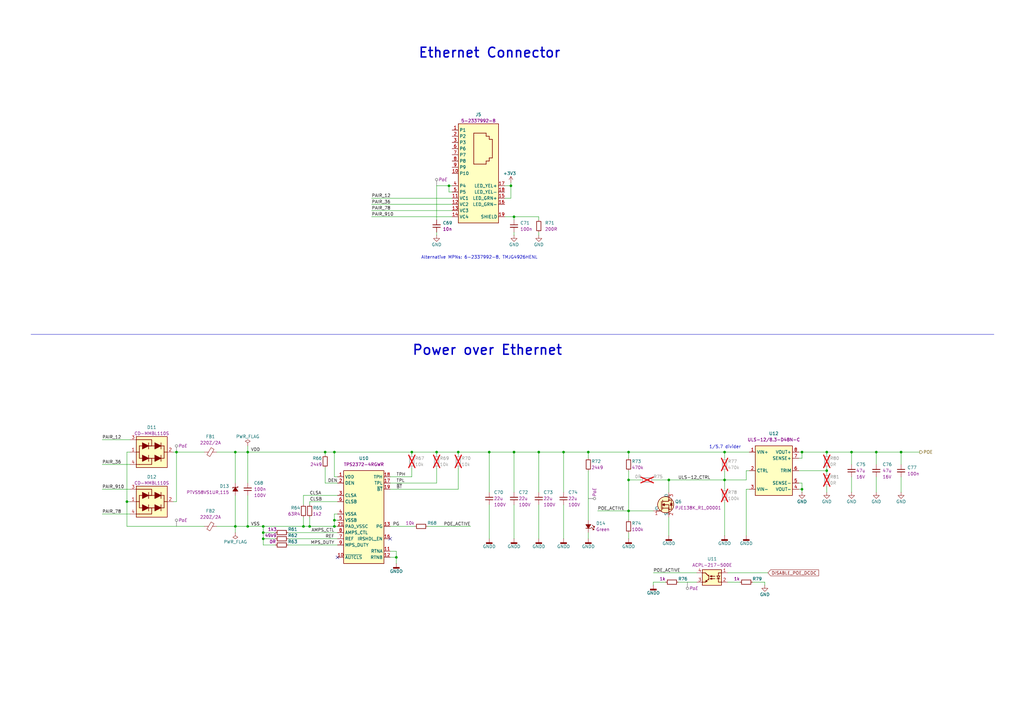
<source format=kicad_sch>
(kicad_sch (version 20250114) (generator "eeschema") (generator_version "9.0")
  (paper "A3")
  (title_block (title "Jetson Orin AGX Baseboard") (date "2025-08-11") (rev "1.0.0") (company "Antmicro Ltd") (comment 1 "www.antmicro.com"))
  (text "Alternative MPNs: 6-2337992-8, TMJG4926HENL " (at 197.104 105.664 0) (effects (font (size 1.27 1.27))))
  (text "1/5.7 divider" (at 290.83 184.15 0) (effects (font (size 1.27 1.27)) (justify left bottom)))
  (text "Ethernet Connector" (at 171.45 24.13 0) (effects (font (size 4 4) (thickness 0.5994) (bold yes)) (justify left bottom)))
  (text "Power over Ethernet" (at 168.91 146.05 0) (effects (font (size 4 4) (thickness 0.5994) (bold yes)) (justify left bottom)))
  (junction (at 96.52 215.9))
  (junction (at 137.16 185.42))
  (junction (at 107.95 218.44))
  (junction (at 200.66 185.42))
  (junction (at 184.15 76.2))
  (junction (at 257.81 196.85))
  (junction (at 96.52 185.42))
  (junction (at 257.81 209.55))
  (junction (at 107.95 215.9))
  (junction (at 107.95 220.98))
  (junction (at 297.18 185.42))
  (junction (at 359.41 185.42))
  (junction (at 127 215.9))
  (junction (at 133.35 185.42))
  (junction (at 168.91 185.42))
  (junction (at 328.93 200.66))
  (junction (at 210.82 88.9))
  (junction (at 179.07 185.42))
  (junction (at 72.39 185.42))
  (junction (at 220.98 185.42))
  (junction (at 210.82 185.42))
  (junction (at 369.57 185.42))
  (junction (at 101.6 215.9))
  (junction (at 137.16 215.9))
  (junction (at 137.16 213.36))
  (junction (at 52.07 205.74))
  (junction (at 297.18 196.85))
  (junction (at 257.81 185.42))
  (junction (at 231.14 185.42))
  (junction (at 187.96 185.42))
  (junction (at 328.93 185.42))
  (junction (at 274.32 196.85))
  (junction (at 339.09 185.42))
  (junction (at 209.55 76.2))
  (junction (at 124.46 215.9))
  (junction (at 101.6 185.42))
  (junction (at 162.56 228.6))
  (junction (at 339.09 193.04))
  (junction (at 349.25 185.42))
  (junction (at 241.3 185.42))
  (no_connect (at 160.02 220.98))
  (no_connect (at 138.43 228.6))
  (wire (pts (xy 137.16 215.9) (xy 138.43 215.9)))
  (wire (pts (xy 306.07 193.04) (xy 307.34 193.04)))
  (wire (pts (xy 168.91 191.77) (xy 168.91 195.58)))
  (wire (pts (xy 127 205.74) (xy 138.43 205.74)))
  (wire (pts (xy 285.75 234.95) (xy 267.97 234.95)))
  (wire (pts (xy 184.15 76.2) (xy 184.15 78.74)))
  (wire (pts (xy 137.16 185.42) (xy 168.91 185.42)))
  (wire (pts (xy 220.98 95.25) (xy 220.98 96.52)))
  (wire (pts (xy 175.26 215.9) (xy 193.04 215.9)))
  (wire (pts (xy 160.02 226.06) (xy 162.56 226.06)))
  (wire (pts (xy 298.45 234.95) (xy 314.96 234.95)))
  (wire (pts (xy 220.98 185.42) (xy 231.14 185.42)))
  (wire (pts (xy 133.35 185.42) (xy 137.16 185.42)))
  (wire (pts (xy 257.81 218.44) (xy 257.81 220.98)))
  (wire (pts (xy 220.98 207.01) (xy 220.98 220.98)))
  (wire (pts (xy 257.81 193.04) (xy 257.81 196.85)))
  (wire (pts (xy 101.6 185.42) (xy 101.6 198.12)))
  (wire (pts (xy 96.52 185.42) (xy 96.52 198.12)))
  (wire (pts (xy 160.02 200.66) (xy 187.96 200.66)))
  (wire (pts (xy 179.07 191.77) (xy 179.07 198.12)))
  (wire (pts (xy 267.97 196.85) (xy 274.32 196.85)))
  (wire (pts (xy 210.82 185.42) (xy 220.98 185.42)))
  (wire (pts (xy 207.01 81.28) (xy 209.55 81.28)))
  (wire (pts (xy 328.93 187.96) (xy 328.93 185.42)))
  (wire (pts (xy 118.11 220.98) (xy 138.43 220.98)))
  (wire (pts (xy 101.6 203.2) (xy 101.6 215.9)))
  (wire (pts (xy 96.52 215.9) (xy 101.6 215.9)))
  (wire (pts (xy 327.66 200.66) (xy 328.93 200.66)))
  (wire (pts (xy 339.09 185.42) (xy 339.09 186.69)))
  (wire (pts (xy 220.98 88.9) (xy 210.82 88.9)))
  (wire (pts (xy 257.81 196.85) (xy 262.89 196.85)))
  (wire (pts (xy 137.16 213.36) (xy 137.16 215.9)))
  (wire (pts (xy 339.09 191.77) (xy 339.09 193.04)))
  (wire (pts (xy 306.07 200.66) (xy 307.34 200.66)))
  (wire (pts (xy 185.42 76.2) (xy 184.15 76.2)))
  (wire (pts (xy 133.35 185.42) (xy 133.35 186.69)))
  (wire (pts (xy 185.42 86.36) (xy 152.4 86.36)))
  (wire (pts (xy 113.03 220.98) (xy 107.95 220.98)))
  (wire (pts (xy 257.81 185.42) (xy 257.81 187.96)))
  (wire (pts (xy 72.39 185.42) (xy 72.39 205.74)))
  (wire (pts (xy 274.32 201.93) (xy 274.32 196.85)))
  (wire (pts (xy 124.46 215.9) (xy 127 215.9)))
  (wire (pts (xy 297.18 196.85) (xy 297.18 200.66)))
  (wire (pts (xy 245.11 209.55) (xy 257.81 209.55)))
  (wire (pts (xy 297.18 196.85) (xy 306.07 196.85)))
  (wire (pts (xy 118.11 223.52) (xy 138.43 223.52)))
  (wire (pts (xy 124.46 203.2) (xy 124.46 207.01)))
  (wire (pts (xy 88.9 185.42) (xy 96.52 185.42)))
  (wire (pts (xy 369.57 195.58) (xy 369.57 201.93)))
  (wire (pts (xy 231.14 185.42) (xy 241.3 185.42)))
  (wire (pts (xy 127 212.09) (xy 127 215.9)))
  (wire (pts (xy 297.18 205.74) (xy 297.18 219.71)))
  (wire (pts (xy 267.97 238.76) (xy 267.97 240.03)))
  (wire (pts (xy 297.18 193.04) (xy 297.18 196.85)))
  (wire (pts (xy 308.61 238.76) (xy 313.69 238.76)))
  (wire (pts (xy 210.82 90.17) (xy 210.82 88.9)))
  (wire (pts (xy 72.39 205.74) (xy 71.12 205.74)))
  (wire (pts (xy 327.66 193.04) (xy 339.09 193.04)))
  (wire (pts (xy 359.41 195.58) (xy 359.41 201.93)))
  (wire (pts (xy 179.07 76.2) (xy 179.07 90.17)))
  (wire (pts (xy 328.93 185.42) (xy 339.09 185.42)))
  (wire (pts (xy 328.93 200.66) (xy 328.93 201.93)))
  (wire (pts (xy 72.39 185.42) (xy 83.82 185.42)))
  (wire (pts (xy 187.96 185.42) (xy 200.66 185.42)))
  (wire (pts (xy 185.42 83.82) (xy 152.4 83.82)))
  (wire (pts (xy 274.32 212.09) (xy 274.32 219.71)))
  (wire (pts (xy 179.07 76.2) (xy 184.15 76.2)))
  (wire (pts (xy 168.91 185.42) (xy 168.91 186.69)))
  (wire (pts (xy 349.25 195.58) (xy 349.25 201.93)))
  (wire (pts (xy 118.11 218.44) (xy 138.43 218.44)))
  (wire (pts (xy 257.81 209.55) (xy 257.81 213.36)))
  (wire (pts (xy 179.07 185.42) (xy 187.96 185.42)))
  (wire (pts (xy 137.16 210.82) (xy 137.16 213.36)))
  (wire (pts (xy 137.16 185.42) (xy 137.16 195.58)))
  (wire (pts (xy 127 215.9) (xy 137.16 215.9)))
  (wire (pts (xy 297.18 185.42) (xy 307.34 185.42)))
  (wire (pts (xy 220.98 90.17) (xy 220.98 88.9)))
  (wire (pts (xy 257.81 196.85) (xy 257.81 209.55)))
  (wire (pts (xy 107.95 215.9) (xy 124.46 215.9)))
  (wire (pts (xy 41.91 190.5) (xy 53.34 190.5)))
  (wire (pts (xy 328.93 198.12) (xy 328.93 200.66)))
  (wire (pts (xy 209.55 76.2) (xy 209.55 81.28)))
  (wire (pts (xy 41.91 180.34) (xy 53.34 180.34)))
  (wire (pts (xy 179.07 185.42) (xy 179.07 186.69)))
  (wire (pts (xy 339.09 185.42) (xy 349.25 185.42)))
  (wire (pts (xy 96.52 203.2) (xy 96.52 215.9)))
  (wire (pts (xy 187.96 185.42) (xy 187.96 186.69)))
  (wire (pts (xy 207.01 76.2) (xy 209.55 76.2)))
  (wire (pts (xy 107.95 215.9) (xy 107.95 218.44)))
  (wire (pts (xy 327.66 185.42) (xy 328.93 185.42)))
  (wire (pts (xy 88.9 215.9) (xy 96.52 215.9)))
  (wire (pts (xy 274.32 196.85) (xy 297.18 196.85)))
  (wire (pts (xy 162.56 226.06) (xy 162.56 228.6)))
  (wire (pts (xy 298.45 238.76) (xy 303.53 238.76)))
  (wire (pts (xy 241.3 193.04) (xy 241.3 213.36)))
  (wire (pts (xy 339.09 193.04) (xy 339.09 194.31)))
  (wire (pts (xy 200.66 185.42) (xy 200.66 201.93)))
  (polyline (pts (xy 12.7 137.16) (xy 407.67 137.16)))
  (wire (pts (xy 52.07 205.74) (xy 52.07 215.9)))
  (wire (pts (xy 160.02 215.9) (xy 170.18 215.9)))
  (wire (pts (xy 278.13 238.76) (xy 285.75 238.76)))
  (wire (pts (xy 168.91 185.42) (xy 179.07 185.42)))
  (wire (pts (xy 101.6 215.9) (xy 107.95 215.9)))
  (wire (pts (xy 52.07 185.42) (xy 52.07 205.74)))
  (wire (pts (xy 327.66 187.96) (xy 328.93 187.96)))
  (wire (pts (xy 41.91 200.66) (xy 53.34 200.66)))
  (wire (pts (xy 124.46 212.09) (xy 124.46 215.9)))
  (wire (pts (xy 107.95 223.52) (xy 113.03 223.52)))
  (wire (pts (xy 133.35 191.77) (xy 133.35 198.12)))
  (wire (pts (xy 369.57 185.42) (xy 377.19 185.42)))
  (wire (pts (xy 241.3 218.44) (xy 241.3 220.98)))
  (wire (pts (xy 349.25 185.42) (xy 349.25 190.5)))
  (wire (pts (xy 71.12 185.42) (xy 72.39 185.42)))
  (wire (pts (xy 41.91 210.82) (xy 53.34 210.82)))
  (wire (pts (xy 52.07 205.74) (xy 53.34 205.74)))
  (wire (pts (xy 137.16 195.58) (xy 138.43 195.58)))
  (wire (pts (xy 53.34 185.42) (xy 52.07 185.42)))
  (wire (pts (xy 369.57 185.42) (xy 369.57 190.5)))
  (wire (pts (xy 207.01 88.9) (xy 210.82 88.9)))
  (wire (pts (xy 152.4 81.28) (xy 185.42 81.28)))
  (wire (pts (xy 113.03 218.44) (xy 107.95 218.44)))
  (wire (pts (xy 313.69 238.76) (xy 313.69 240.03)))
  (wire (pts (xy 184.15 78.74) (xy 185.42 78.74)))
  (wire (pts (xy 220.98 185.42) (xy 220.98 201.93)))
  (wire (pts (xy 187.96 191.77) (xy 187.96 200.66)))
  (wire (pts (xy 162.56 231.14) (xy 162.56 228.6)))
  (wire (pts (xy 101.6 182.88) (xy 101.6 185.42)))
  (wire (pts (xy 359.41 185.42) (xy 359.41 190.5)))
  (wire (pts (xy 349.25 185.42) (xy 359.41 185.42)))
  (wire (pts (xy 52.07 215.9) (xy 83.82 215.9)))
  (wire (pts (xy 257.81 185.42) (xy 297.18 185.42)))
  (wire (pts (xy 241.3 185.42) (xy 257.81 185.42)))
  (wire (pts (xy 327.66 198.12) (xy 328.93 198.12)))
  (wire (pts (xy 160.02 195.58) (xy 168.91 195.58)))
  (wire (pts (xy 160.02 198.12) (xy 179.07 198.12)))
  (wire (pts (xy 101.6 185.42) (xy 133.35 185.42)))
  (wire (pts (xy 162.56 228.6) (xy 160.02 228.6)))
  (wire (pts (xy 359.41 185.42) (xy 369.57 185.42)))
  (wire (pts (xy 107.95 223.52) (xy 107.95 220.98)))
  (wire (pts (xy 127 205.74) (xy 127 207.01)))
  (wire (pts (xy 267.97 238.76) (xy 273.05 238.76)))
  (wire (pts (xy 124.46 203.2) (xy 138.43 203.2)))
  (wire (pts (xy 257.81 209.55) (xy 267.97 209.55)))
  (wire (pts (xy 200.66 185.42) (xy 210.82 185.42)))
  (wire (pts (xy 339.09 201.93) (xy 339.09 199.39)))
  (wire (pts (xy 137.16 213.36) (xy 138.43 213.36)))
  (wire (pts (xy 179.07 95.25) (xy 179.07 96.52)))
  (wire (pts (xy 200.66 207.01) (xy 200.66 220.98)))
  (wire (pts (xy 209.55 74.93) (xy 209.55 76.2)))
  (wire (pts (xy 210.82 95.25) (xy 210.82 96.52)))
  (wire (pts (xy 107.95 218.44) (xy 107.95 220.98)))
  (wire (pts (xy 210.82 207.01) (xy 210.82 220.98)))
  (wire (pts (xy 185.42 88.9) (xy 152.4 88.9)))
  (wire (pts (xy 306.07 200.66) (xy 306.07 219.71)))
  (wire (pts (xy 297.18 185.42) (xy 297.18 187.96)))
  (wire (pts (xy 231.14 207.01) (xy 231.14 220.98)))
  (wire (pts (xy 231.14 185.42) (xy 231.14 201.93)))
  (wire (pts (xy 210.82 185.42) (xy 210.82 201.93)))
  (wire (pts (xy 306.07 196.85) (xy 306.07 193.04)))
  (wire (pts (xy 138.43 210.82) (xy 137.16 210.82)))
  (wire (pts (xy 96.52 215.9) (xy 96.52 218.44)))
  (wire (pts (xy 96.52 185.42) (xy 101.6 185.42)))
  (wire (pts (xy 241.3 185.42) (xy 241.3 187.96)))
  (wire (pts (xy 133.35 198.12) (xy 138.43 198.12)))
  (label "PAIR_36" (at 41.91 190.5 0))
  (label "PAIR_910" (at 152.4 88.9 0))
  (label "MPS_DUTY" (at 137.16 223.52 180))
  (label "AMPS_CTL" (at 137.16 218.44 180))
  (label "PAIR_78" (at 152.4 86.36 0))
  (label "CLSA" (at 127 203.2 0))
  (label "~{BT}" (at 162.56 200.66 0))
  (label "VSS" (at 102.87 215.9 0))
  (label "PG" (at 163.83 215.9 180))
  (label "POE_ACTIVE" (at 267.97 234.95 0))
  (label "DEN" (at 138.43 198.12 180))
  (label "POE_ACTIVE" (at 245.11 209.55 0))
  (label "ULS-12_CTRL" (at 278.13 196.85 0))
  (label "TPL" (at 162.56 198.12 0))
  (label "PAIR_12" (at 152.4 81.28 0))
  (label "VDD" (at 102.87 185.42 0))
  (label "PAIR_36" (at 152.4 83.82 0))
  (label "POE_ACTIVE" (at 193.04 215.9 180))
  (label "CLSB" (at 132.08 205.74 180))
  (label "PAIR_78" (at 41.91 210.82 0))
  (label "TPH" (at 162.56 195.58 0))
  (label "PAIR_12" (at 41.91 180.34 0))
  (label "PAIR_910" (at 41.91 200.66 0))
  (label "REF" (at 137.16 220.98 180))
  (global_label "DISABLE_POE_DCDC" (shape input) (at 314.96 234.95 0) (property "Intersheetrefs" "${INTERSHEET_REFS}" (effects (hide yes))))
  (hierarchical_label "POE" (shape output) (at 377.19 185.42 0))
  (netclass_flag "" (length 2.54) (shape round) (at 241.3 204.47 270) (property "Netclass" "PoE" (at 243.84 203.7715 90) (effects (font (italic yes)) (justify left))))
  (netclass_flag "" (length 2.54) (shape round) (at 72.39 215.9 0) (property "Netclass" "PoE" (at 73.0885 213.36 0) (effects (font (italic yes)) (justify left))))
  (netclass_flag "" (length 2.54) (shape round) (at 179.07 76.2 0) (property "Netclass" "PoE" (at 179.7685 73.66 0) (effects (font (italic yes)) (justify left))))
  (netclass_flag "" (length 2.54) (shape round) (at 281.94 238.76 180) (property "Netclass" "PoE" (at 282.6385 241.3 0) (effects (font (italic yes)) (justify left))))
  (netclass_flag "" (length 2.54) (shape round) (at 72.39 185.42 0) (property "Netclass" "PoE" (at 73.0885 182.88 0) (effects (font (italic yes)) (justify left))))
  (symbol (lib_id "antmicroPMICPowerDistributionSwitchesLoadDrivers:TPS2372-4") (at 138.43 195.58 0) (unit 1)
    (property "Reference" "U10" (at 149.225 187.96 0))
    (property "Value" "TPS2372-4" (effects (hide yes)))
    (property "Footprint" "antmicro-footprints:VQFN-20_5x5x1mm_P0.65mm" (effects (hide yes)))
    (property "Datasheet" "https://www.ti.com/lit/ds/symlink/tps2372.pdf?ts=1679042478513&ref_url=https%253A%252F%252Fwww.google.com%252F" (effects (hide yes)))
    (property "Description" "PoE interface" (effects (hide yes)))
    (property "MPN" "TPS2372-4RGWR" (at 149.225 190.5 0))
    (property "Manufacturer" "Texas Instruments" (effects (hide yes)))
    (property "Author" "Antmicro" (effects (hide yes)))
    (property "License" "Apache-2.0" (effects (hide yes)))
  )
  (symbol (lib_id "antmicroCapacitorsmisc:C_22u_100V_2220") (at 220.98 207.01 90) (unit 1)
    (property "Reference" "C73" (at 222.885 201.93 90) (effects (justify right)))
    (property "Value" "C_22u_100V_2220" (effects (hide yes)))
    (property "Footprint" "antmicro-footprints:C_2220_5650Metric" (effects (hide yes)))
    (property "Datasheet" "https://product.tdk.com/en/search/capacitor/ceramic/mlcc/info?part_no=C5750X7S2A226M280KB" (effects (hide yes)))
    (property "Manufacturer" "TDK" (effects (hide yes)))
    (property "MPN" "C5750X7S2A226M280KB" (effects (hide yes)))
    (property "Val" "22u" (at 222.885 204.47 90) (effects (justify right)))
    (property "License" "Apache-2.0" (effects (hide yes)))
    (property "Author" "Antmicro" (effects (hide yes)))
    (property "Voltage" "100V" (at 222.885 207.01 90) (effects (justify right)))
    (property "Dielectric" "X7S" (effects (hide yes)))
    (property "Public" "False" (effects (hide yes)))
  )
  (symbol (lib_id "antmicropower:GNDD") (at 210.82 220.98 0) (unit 1)
    (property "Reference" "#PWR0110" (effects (hide yes)))
    (property "Value" "GNDD" (at 210.82 224.155 0))
    (property "Author" "Antmicro" (effects (hide yes)))
    (property "License" "Apache-2.0" (effects (hide yes)))
  )
  (symbol (lib_id "antmicroFerriteBeadsandChips:FB_220Z_2A_Murata-BLM21PG_0805") (at 83.82 185.42 0) (unit 1)
    (property "Reference" "FB1" (at 86.3219 179.07 0))
    (property "Value" "FB_220Z_2A_Murata-BLM21PG_0805" (effects (hide yes)))
    (property "Footprint" "antmicro-footprints:FB_0805_2012Metric" (effects (hide yes)))
    (property "Datasheet" "https://www.murata.com/products/productdata/8796738977822/ENFA0005.pdf?1653276712000" (effects (hide yes)))
    (property "MPN" "BLM21PG221SN1D" (effects (hide yes)))
    (property "Manufacturer" "Murata" (effects (hide yes)))
    (property "Author" "Antmicro" (effects (hide yes)))
    (property "License" "Apache-2.0" (effects (hide yes)))
    (property "Val" "220Z/2A" (at 86.3219 181.61 0))
  )
  (symbol (lib_id "antmicroResistors0402:R_1k_0402") (at 273.05 238.76 0) (unit 1)
    (property "Reference" "R76" (at 278.13 238.125 0) (effects (justify left bottom)))
    (property "Value" "R_1k_0402" (effects (hide yes)))
    (property "Footprint" "antmicro-footprints:R_0402_1005Metric" (effects (hide yes)))
    (property "Datasheet" "https://www.bourns.com/docs/product-datasheets/cr.pdf" (effects (hide yes)))
    (property "Manufacturer" "Bourns" (effects (hide yes)))
    (property "MPN" "CR0402-FX-1001GLF" (effects (hide yes)))
    (property "Val" "1k" (at 270.51 238.125 0) (effects (justify left bottom)))
    (property "License" "Apache-2.0" (effects (hide yes)))
    (property "Author" "Antmicro" (effects (hide yes)))
    (property "Tolerance" "1%" (effects (hide yes)))
  )
  (symbol (lib_id "antmicropower:GND") (at 220.98 96.52 0) (unit 1)
    (property "Reference" "#PWR0111" (effects (hide yes)))
    (property "Value" "GND" (at 220.98 100.33 0))
    (property "Author" "Antmicro" (effects (hide yes)))
    (property "License" "Apache-2.0" (effects (hide yes)))
  )
  (symbol (lib_id "antmicropower:GNDD") (at 274.32 219.71 0) (unit 1)
    (property "Reference" "#PWR0117" (effects (hide yes)))
    (property "Value" "GNDD" (at 274.32 222.885 0))
    (property "Author" "Antmicro" (effects (hide yes)))
    (property "License" "Apache-2.0" (effects (hide yes)))
  )
  (symbol (lib_id "antmicropower:GND") (at 369.57 201.93 0) (unit 1)
    (property "Reference" "#PWR0125" (effects (hide yes)))
    (property "Value" "GND" (at 369.57 205.74 0))
    (property "Author" "Antmicro" (effects (hide yes)))
    (property "License" "Apache-2.0" (effects (hide yes)))
  )
  (symbol (lib_id "antmicroResistors0402:R_1k_0402") (at 303.53 238.76 0) (unit 1)
    (property "Reference" "R79" (at 308.61 238.125 0) (effects (justify left bottom)))
    (property "Value" "R_1k_0402" (effects (hide yes)))
    (property "Footprint" "antmicro-footprints:R_0402_1005Metric" (effects (hide yes)))
    (property "Datasheet" "https://www.bourns.com/docs/product-datasheets/cr.pdf" (effects (hide yes)))
    (property "Manufacturer" "Bourns" (effects (hide yes)))
    (property "MPN" "CR0402-FX-1001GLF" (effects (hide yes)))
    (property "Val" "1k" (at 300.99 238.125 0) (effects (justify left bottom)))
    (property "License" "Apache-2.0" (effects (hide yes)))
    (property "Author" "Antmicro" (effects (hide yes)))
    (property "Tolerance" "1%" (effects (hide yes)))
  )
  (symbol (lib_id "antmicropower:GND") (at 339.09 201.93 0) (unit 1)
    (property "Reference" "#PWR0122" (effects (hide yes)))
    (property "Value" "GND" (at 339.09 205.74 0))
    (property "Author" "Antmicro" (effects (hide yes)))
    (property "License" "Apache-2.0" (effects (hide yes)))
  )
  (symbol (lib_id "antmicroOptoisolatorsLogicOutput:ACPL-217-500E") (at 298.45 234.95 0) (mirror y) (unit 1)
    (property "Reference" "U11" (at 292.1 229.235 0))
    (property "Value" "ACPL-217-500E" (effects (hide yes)))
    (property "Footprint" "antmicro-footprints:SOIC-4_4.55x2.6mm_P1.27mm" (effects (hide yes)))
    (property "Datasheet" "https://docs.broadcom.com/doc/AV02-0470EN" (effects (hide yes)))
    (property "Description" "Broadcom ACPL-217-500E DC Input Transistor Output Optocoupler, Surface Mount, 4-Pin SO" (effects (hide yes)))
    (property "Manufacturer" "Broadcom" (effects (hide yes)))
    (property "MPN" "ACPL-217-500E" (at 292.1 231.775 0))
    (property "Author" "Antmicro" (effects (hide yes)))
    (property "License" "Apache-2.0" (effects (hide yes)))
  )
  (symbol (lib_id "antmicroResistors0402:R_0R_0402") (at 118.11 223.52 180) (unit 1)
    (property "Reference" "R63" (at 118.11 222.885 0) (effects (justify right top)))
    (property "Value" "R_0R_0402" (effects (hide yes)))
    (property "Footprint" "antmicro-footprints:R_0402_1005Metric" (effects (hide yes)))
    (property "Datasheet" "https://industrial.panasonic.com/cdbs/www-data/pdf/RDA0000/AOA0000C301.pdf" (effects (hide yes)))
    (property "Manufacturer" "Panasonic" (effects (hide yes)))
    (property "MPN" "ERJ2GE0R00X" (effects (hide yes)))
    (property "Val" "0R" (at 110.49 222.885 0) (effects (justify right top)))
    (property "License" "Apache-2.0" (effects (hide yes)))
    (property "Author" "Antmicro" (effects (hide yes)))
    (property "Current" "1A" (effects (hide yes)))
  )
  (symbol (lib_id "antmicroFerriteBeadsandChips:FB_220Z_2A_Murata-BLM21PG_0805") (at 83.82 215.9 0) (unit 1)
    (property "Reference" "FB2" (at 86.3219 209.55 0))
    (property "Value" "FB_220Z_2A_Murata-BLM21PG_0805" (effects (hide yes)))
    (property "Footprint" "antmicro-footprints:FB_0805_2012Metric" (effects (hide yes)))
    (property "Datasheet" "https://www.murata.com/products/productdata/8796738977822/ENFA0005.pdf?1653276712000" (effects (hide yes)))
    (property "MPN" "BLM21PG221SN1D" (effects (hide yes)))
    (property "Manufacturer" "Murata" (effects (hide yes)))
    (property "Author" "Antmicro" (effects (hide yes)))
    (property "License" "Apache-2.0" (effects (hide yes)))
    (property "Val" "220Z/2A" (at 86.3219 212.09 0))
  )
  (symbol (lib_id "antmicroResistors0402:R_10k_0402") (at 179.07 191.77 90) (unit 1) (in_bom no) (dnp yes)
    (property "Reference" "R69" (at 180.34 187.96 90) (effects (justify right)))
    (property "Value" "R_10k_0402" (effects (hide yes)))
    (property "Footprint" "antmicro-footprints:R_0402_1005Metric" (effects (hide yes)))
    (property "Datasheet" "https://www.bourns.com/docs/product-datasheets/cr.pdf" (effects (hide yes)))
    (property "Manufacturer" "Bourns" (effects (hide yes)))
    (property "MPN" "CR0402-FX-1002GLF" (effects (hide yes)))
    (property "Val" "10k" (at 180.34 190.5 90) (effects (justify right)))
    (property "License" "Apache-2.0" (effects (hide yes)))
    (property "Author" "Antmicro" (effects (hide yes)))
    (property "Tolerance" "1%" (effects (hide yes)))
  )
  (symbol (lib_id "antmicropower:GND") (at 179.07 96.52 0) (unit 1)
    (property "Reference" "#PWR0106" (effects (hide yes)))
    (property "Value" "GND" (at 179.07 100.33 0))
    (property "Author" "Antmicro" (effects (hide yes)))
    (property "License" "Apache-2.0" (effects (hide yes)))
  )
  (symbol (lib_id "antmicroResistors0603:R_63R4_0603") (at 124.46 212.09 270) (mirror x) (unit 1)
    (property "Reference" "R64" (at 123.19 208.28 90) (effects (justify right)))
    (property "Value" "R_63R4_0603" (effects (hide yes)))
    (property "Footprint" "antmicro-footprints:R_0603_1608Metric" (effects (hide yes)))
    (property "Datasheet" "https://www.bourns.com/docs/product-datasheets/cr.pdf" (effects (hide yes)))
    (property "Manufacturer" "Bourns" (effects (hide yes)))
    (property "MPN" "CR0603-FX-63R4ELF" (effects (hide yes)))
    (property "Val" "63R4" (at 123.19 210.82 90) (effects (justify right)))
    (property "License" "Apache-2.0" (effects (hide yes)))
    (property "Author" "Antmicro" (effects (hide yes)))
    (property "Tolerance" "1%" (effects (hide yes)))
  )
  (symbol (lib_id "antmicroCapacitorsmisc:C_22u_100V_2220") (at 200.66 207.01 90) (unit 1)
    (property "Reference" "C70" (at 202.565 201.93 90) (effects (justify right)))
    (property "Value" "C_22u_100V_2220" (effects (hide yes)))
    (property "Footprint" "antmicro-footprints:C_2220_5650Metric" (effects (hide yes)))
    (property "Datasheet" "https://product.tdk.com/en/search/capacitor/ceramic/mlcc/info?part_no=C5750X7S2A226M280KB" (effects (hide yes)))
    (property "Manufacturer" "TDK" (effects (hide yes)))
    (property "MPN" "C5750X7S2A226M280KB" (effects (hide yes)))
    (property "Val" "22u" (at 202.565 204.47 90) (effects (justify right)))
    (property "License" "Apache-2.0" (effects (hide yes)))
    (property "Author" "Antmicro" (effects (hide yes)))
    (property "Voltage" "100V" (at 202.565 207.01 90) (effects (justify right)))
    (property "Dielectric" "X7S" (effects (hide yes)))
    (property "Public" "False" (effects (hide yes)))
  )
  (symbol (lib_id "antmicropower:GNDD") (at 162.56 231.14 0) (unit 1)
    (property "Reference" "#PWR0105" (effects (hide yes)))
    (property "Value" "GNDD" (at 162.56 234.315 0))
    (property "Author" "Antmicro" (effects (hide yes)))
    (property "License" "Apache-2.0" (effects (hide yes)))
  )
  (symbol (lib_id "antmicroDiodesRectifiersSingle:CD-MMBL110S") (at 53.34 200.66 0) (unit 1)
    (property "Reference" "D12" (at 62.23 195.58 0))
    (property "Value" "CD-MMBL110S" (effects (hide yes)))
    (property "Footprint" "antmicro-footprints:DFN3538" (effects (hide yes)))
    (property "Datasheet" "https://www.bourns.com/docs/product-datasheets/CD-MMBL110S.pdf" (effects (hide yes)))
    (property "MPN" "CD-MMBL110S" (at 62.23 198.12 0))
    (property "Manufacturer" "Bourns" (effects (hide yes)))
    (property "Author" "Antmicro" (effects (hide yes)))
    (property "License" "Apache-2.0" (effects (hide yes)))
  )
  (symbol (lib_id "antmicroResistors0402:R_10k_0402") (at 175.26 215.9 180) (unit 1)
    (property "Reference" "R68" (at 175.26 215.265 0) (effects (justify right top)))
    (property "Value" "R_10k_0402" (effects (hide yes)))
    (property "Footprint" "antmicro-footprints:R_0402_1005Metric" (effects (hide yes)))
    (property "Datasheet" "https://www.bourns.com/docs/product-datasheets/cr.pdf" (effects (hide yes)))
    (property "Manufacturer" "Bourns" (effects (hide yes)))
    (property "MPN" "CR0402-FX-1002GLF" (effects (hide yes)))
    (property "Val" "10k" (at 166.37 215.265 0) (effects (justify right top)))
    (property "License" "Apache-2.0" (effects (hide yes)))
    (property "Author" "Antmicro" (effects (hide yes)))
    (property "Tolerance" "1%" (effects (hide yes)))
  )
  (symbol (lib_id "antmicroResistors0402:R_470k_0402") (at 257.81 193.04 90) (unit 1)
    (property "Reference" "R73" (at 259.08 189.23 90) (effects (justify right)))
    (property "Value" "R_470k_0402" (effects (hide yes)))
    (property "Footprint" "antmicro-footprints:R_0402_1005Metric" (effects (hide yes)))
    (property "Datasheet" "https://www.bourns.com/docs/product-datasheets/cr.pdf" (effects (hide yes)))
    (property "Manufacturer" "Bourns" (effects (hide yes)))
    (property "MPN" "CR0402-FX-4703GLF" (effects (hide yes)))
    (property "Val" "470k" (at 259.08 191.77 90) (effects (justify right)))
    (property "License" "Apache-2.0" (effects (hide yes)))
    (property "Author" "Antmicro" (effects (hide yes)))
    (property "Tolerance" "1%" (effects (hide yes)))
  )
  (symbol (lib_id "antmicropower:GNDD") (at 231.14 220.98 0) (unit 1)
    (property "Reference" "#PWR0113" (effects (hide yes)))
    (property "Value" "GNDD" (at 231.14 224.155 0))
    (property "Author" "Antmicro" (effects (hide yes)))
    (property "License" "Apache-2.0" (effects (hide yes)))
  )
  (symbol (lib_id "antmicropower:+3V3") (at 209.55 74.93 0) (unit 1)
    (property "Reference" "#PWR0108" (effects (hide yes)))
    (property "Value" "+3V3" (at 206.375 71.12 0) (effects (justify left)))
    (property "Author" "Antmicro" (effects (hide yes)))
    (property "License" "Apache-2.0" (effects (hide yes)))
  )
  (symbol (lib_id "antmicroResistors0402:R_10k_0402") (at 168.91 191.77 90) (unit 1) (in_bom no) (dnp yes)
    (property "Reference" "R67" (at 170.18 187.96 90) (effects (justify right)))
    (property "Value" "R_10k_0402" (effects (hide yes)))
    (property "Footprint" "antmicro-footprints:R_0402_1005Metric" (effects (hide yes)))
    (property "Datasheet" "https://www.bourns.com/docs/product-datasheets/cr.pdf" (effects (hide yes)))
    (property "Manufacturer" "Bourns" (effects (hide yes)))
    (property "MPN" "CR0402-FX-1002GLF" (effects (hide yes)))
    (property "Val" "10k" (at 170.18 190.5 90) (effects (justify right)))
    (property "License" "Apache-2.0" (effects (hide yes)))
    (property "Author" "Antmicro" (effects (hide yes)))
    (property "Tolerance" "1%" (effects (hide yes)))
  )
  (symbol (lib_id "antmicropower:GNDD") (at 200.66 220.98 0) (unit 1)
    (property "Reference" "#PWR0107" (effects (hide yes)))
    (property "Value" "GNDD" (at 200.66 224.155 0))
    (property "Author" "Antmicro" (effects (hide yes)))
    (property "License" "Apache-2.0" (effects (hide yes)))
  )
  (symbol (lib_id "antmicroResistors0402:R_470k_0402") (at 297.18 193.04 90) (unit 1) (in_bom no) (dnp yes)
    (property "Reference" "R77" (at 298.45 189.23 90) (effects (justify right)))
    (property "Value" "R_470k_0402" (effects (hide yes)))
    (property "Footprint" "antmicro-footprints:R_0402_1005Metric" (effects (hide yes)))
    (property "Datasheet" "https://www.bourns.com/docs/product-datasheets/cr.pdf" (effects (hide yes)))
    (property "Manufacturer" "Bourns" (effects (hide yes)))
    (property "MPN" "CR0402-FX-4703GLF" (effects (hide yes)))
    (property "Val" "470k" (at 298.45 191.77 90) (effects (justify right)))
    (property "License" "Apache-2.0" (effects (hide yes)))
    (property "Author" "Antmicro" (effects (hide yes)))
    (property "Tolerance" "1%" (effects (hide yes)))
  )
  (symbol (lib_id "antmicroCapacitors0402:C_100n_0402") (at 369.57 190.5 90) (mirror x) (unit 1)
    (property "Reference" "C77" (at 372.11 191.7763 90) (effects (justify right)))
    (property "Value" "C_100n_0402" (effects (hide yes)))
    (property "Footprint" "antmicro-footprints:C_0402_1005Metric" (effects (hide yes)))
    (property "Datasheet" "https://www.murata.com/products/productdetail?partno=GRM155R61H104KE14%23" (effects (hide yes)))
    (property "MPN" "GRM155R61H104KE14D" (effects (hide yes)))
    (property "Manufacturer" "Murata" (effects (hide yes)))
    (property "Val" "100n" (at 372.11 194.3163 90) (effects (justify right)))
    (property "License" "Apache-2.0" (effects (hide yes)))
    (property "Author" "Antmicro" (effects (hide yes)))
    (property "Voltage" "50V" (effects (hide yes)))
    (property "Dielectric" "X5R" (effects (hide yes)))
  )
  (symbol (lib_id "antmicropower:GND") (at 313.69 240.03 0) (unit 1)
    (property "Reference" "#PWR0120" (effects (hide yes)))
    (property "Value" "GND" (at 313.69 243.84 0))
    (property "Author" "Antmicro" (effects (hide yes)))
    (property "License" "Apache-2.0" (effects (hide yes)))
  )
  (symbol (lib_id "antmicropower:GNDD") (at 241.3 220.98 0) (unit 1)
    (property "Reference" "#PWR0114" (effects (hide yes)))
    (property "Value" "GNDD" (at 241.3 224.155 0))
    (property "Author" "Antmicro" (effects (hide yes)))
    (property "License" "Apache-2.0" (effects (hide yes)))
  )
  (symbol (lib_id "antmicroResistors0402:R_100k_0402") (at 297.18 205.74 90) (unit 1) (in_bom no) (dnp yes)
    (property "Reference" "R78" (at 298.45 201.93 90) (effects (justify right)))
    (property "Value" "R_100k_0402" (effects (hide yes)))
    (property "Footprint" "antmicro-footprints:R_0402_1005Metric" (effects (hide yes)))
    (property "Datasheet" "https://www.bourns.com/docs/product-datasheets/cr.pdf" (effects (hide yes)))
    (property "Manufacturer" "Bourns" (effects (hide yes)))
    (property "MPN" "CR0402-FX-1003GLF" (effects (hide yes)))
    (property "Val" "100k" (at 298.45 204.47 90) (effects (justify right)))
    (property "License" "Apache-2.0" (effects (hide yes)))
    (property "Author" "Antmicro" (effects (hide yes)))
    (property "Tolerance" "1%" (effects (hide yes)))
  )
  (symbol (lib_id "antmicroCapacitorsmisc:C_47u_16V_1206") (at 359.41 195.58 90) (unit 1)
    (property "Reference" "C76" (at 361.95 190.4936 90) (effects (justify right)))
    (property "Value" "C_47u_16V_1206" (effects (hide yes)))
    (property "Footprint" "antmicro-footprints:C_1206_3216Metric" (effects (hide yes)))
    (property "Datasheet" "https://product.tdk.com/en/search/capacitor/ceramic/mlcc/info?part_no=C3216X5R1C476M160AB" (effects (hide yes)))
    (property "Manufacturer" "TDK" (effects (hide yes)))
    (property "MPN" "C3216X5R1C476M160AB" (effects (hide yes)))
    (property "Val" "47u" (at 361.95 193.0336 90) (effects (justify right)))
    (property "License" "Apache-2.0" (effects (hide yes)))
    (property "Author" "Antmicro" (effects (hide yes)))
    (property "Voltage" "16V" (at 361.95 195.5736 90) (effects (justify right)))
    (property "Dielectric" "X5R" (effects (hide yes)))
    (property "Public" "False" (effects (hide yes)))
  )
  (symbol (lib_id "antmicroCapacitorsmisc:C_22u_100V_2220") (at 210.82 207.01 90) (unit 1)
    (property "Reference" "C72" (at 212.725 201.93 90) (effects (justify right)))
    (property "Value" "C_22u_100V_2220" (effects (hide yes)))
    (property "Footprint" "antmicro-footprints:C_2220_5650Metric" (effects (hide yes)))
    (property "Datasheet" "https://product.tdk.com/en/search/capacitor/ceramic/mlcc/info?part_no=C5750X7S2A226M280KB" (effects (hide yes)))
    (property "Manufacturer" "TDK" (effects (hide yes)))
    (property "MPN" "C5750X7S2A226M280KB" (effects (hide yes)))
    (property "Val" "22u" (at 212.725 204.47 90) (effects (justify right)))
    (property "License" "Apache-2.0" (effects (hide yes)))
    (property "Author" "Antmicro" (effects (hide yes)))
    (property "Voltage" "100V" (at 212.725 207.01 90) (effects (justify right)))
    (property "Dielectric" "X7S" (effects (hide yes)))
    (property "Public" "False" (effects (hide yes)))
  )
  (symbol (lib_id "antmicroCapacitors0402:C_100n_0402") (at 210.82 90.17 90) (mirror x) (unit 1)
    (property "Reference" "C71" (at 213.36 91.4463 90) (effects (justify right)))
    (property "Value" "C_100n_0402" (effects (hide yes)))
    (property "Footprint" "antmicro-footprints:C_0402_1005Metric" (effects (hide yes)))
    (property "Datasheet" "https://www.murata.com/products/productdetail?partno=GRM155R61H104KE14%23" (effects (hide yes)))
    (property "Manufacturer" "Murata" (effects (hide yes)))
    (property "MPN" "GRM155R61H104KE14D" (effects (hide yes)))
    (property "Val" "100n" (at 213.36 93.9863 90) (effects (justify right)))
    (property "License" "Apache-2.0" (effects (hide yes)))
    (property "Author" "Antmicro" (effects (hide yes)))
    (property "Voltage" "50V" (effects (hide yes)))
    (property "Dielectric" "X5R" (effects (hide yes)))
  )
  (symbol (lib_id "antmicroResistors0402:R_100k_0402") (at 257.81 218.44 90) (unit 1)
    (property "Reference" "R74" (at 259.08 214.63 90) (effects (justify right)))
    (property "Value" "R_100k_0402" (effects (hide yes)))
    (property "Footprint" "antmicro-footprints:R_0402_1005Metric" (effects (hide yes)))
    (property "Datasheet" "https://www.bourns.com/docs/product-datasheets/cr.pdf" (effects (hide yes)))
    (property "Manufacturer" "Bourns" (effects (hide yes)))
    (property "MPN" "CR0402-FX-1003GLF" (effects (hide yes)))
    (property "Val" "100k" (at 259.08 217.17 90) (effects (justify right)))
    (property "License" "Apache-2.0" (effects (hide yes)))
    (property "Author" "Antmicro" (effects (hide yes)))
    (property "Tolerance" "1%" (effects (hide yes)))
  )
  (symbol (lib_id "antmicroResistors0402:R_1k3_0402") (at 113.03 218.44 0) (unit 1)
    (property "Reference" "R61" (at 118.11 217.805 0) (effects (justify left bottom)))
    (property "Value" "R_1k3_0402" (effects (hide yes)))
    (property "Footprint" "antmicro-footprints:R_0402_1005Metric" (effects (hide yes)))
    (property "Datasheet" "https://www.bourns.com/docs/product-datasheets/cr.pdf" (effects (hide yes)))
    (property "Manufacturer" "Bourns" (effects (hide yes)))
    (property "MPN" "CR0402-FX-1301GLF" (effects (hide yes)))
    (property "Val" "1k3" (at 109.855 217.805 0) (effects (justify left bottom)))
    (property "License" "Apache-2.0" (effects (hide yes)))
    (property "Author" "Antmicro" (effects (hide yes)))
    (property "Tolerance" "1%" (effects (hide yes)))
  )
  (symbol (lib_id "antmicroCapacitorsmisc:C_47u_16V_1206") (at 349.25 195.58 90) (unit 1)
    (property "Reference" "C75" (at 351.155 190.5 90) (effects (justify right)))
    (property "Value" "C_47u_16V_1206" (effects (hide yes)))
    (property "Footprint" "antmicro-footprints:C_1206_3216Metric" (effects (hide yes)))
    (property "Datasheet" "https://product.tdk.com/en/search/capacitor/ceramic/mlcc/info?part_no=C3216X5R1C476M160AB" (effects (hide yes)))
    (property "Manufacturer" "TDK" (effects (hide yes)))
    (property "MPN" "C3216X5R1C476M160AB" (effects (hide yes)))
    (property "Val" "47u" (at 351.155 193.04 90) (effects (justify right)))
    (property "License" "Apache-2.0" (effects (hide yes)))
    (property "Author" "Antmicro" (effects (hide yes)))
    (property "Voltage" "16V" (at 351.155 195.58 90) (effects (justify right)))
    (property "Dielectric" "X5R" (effects (hide yes)))
    (property "Public" "False" (effects (hide yes)))
  )
  (symbol (lib_id "antmicroResistors0402:R_0R_0402") (at 267.97 196.85 180) (unit 1) (in_bom no) (dnp yes)
    (property "Reference" "R75" (at 267.97 196.215 0) (effects (justify right top)))
    (property "Value" "R_0R_0402" (effects (hide yes)))
    (property "Footprint" "antmicro-footprints:R_0402_1005Metric" (effects (hide yes)))
    (property "Datasheet" "https://industrial.panasonic.com/cdbs/www-data/pdf/RDA0000/AOA0000C301.pdf" (effects (hide yes)))
    (property "Manufacturer" "Panasonic" (effects (hide yes)))
    (property "MPN" "ERJ2GE0R00X" (effects (hide yes)))
    (property "Val" "0R" (at 260.35 196.215 0) (effects (justify right top)))
    (property "License" "Apache-2.0" (effects (hide yes)))
    (property "Author" "Antmicro" (effects (hide yes)))
    (property "Current" "1A" (effects (hide yes)))
  )
  (symbol (lib_id "antmicropower:GNDD") (at 220.98 220.98 0) (unit 1)
    (property "Reference" "#PWR0112" (effects (hide yes)))
    (property "Value" "GNDD" (at 220.98 224.155 0))
    (property "Author" "Antmicro" (effects (hide yes)))
    (property "License" "Apache-2.0" (effects (hide yes)))
  )
  (symbol (lib_id "antmicroDiodesRectifiersSingle:CD-MMBL110S") (at 53.34 180.34 0) (unit 1)
    (property "Reference" "D11" (at 62.23 175.26 0))
    (property "Value" "CD-MMBL110S" (effects (hide yes)))
    (property "Footprint" "antmicro-footprints:DFN3538" (effects (hide yes)))
    (property "Datasheet" "https://www.bourns.com/docs/product-datasheets/CD-MMBL110S.pdf" (effects (hide yes)))
    (property "MPN" "CD-MMBL110S" (at 62.23 177.8 0))
    (property "Manufacturer" "Bourns" (effects (hide yes)))
    (property "Author" "Antmicro" (effects (hide yes)))
    (property "License" "Apache-2.0" (effects (hide yes)))
  )
  (symbol (lib_id "antmicroCapacitorsmisc:C_100n_100V_0805") (at 101.6 203.2 90) (unit 1)
    (property "Reference" "C68" (at 104.14 198.1136 90) (effects (justify right)))
    (property "Value" "C_100n_100V_0805" (effects (hide yes)))
    (property "Footprint" "antmicro-footprints:C_0805_2012Metric" (effects (hide yes)))
    (property "Datasheet" "https://product.samsungsem.com/mlcc/CL21B104KCFNNN.do" (effects (hide yes)))
    (property "MPN" "CL21B104KCFNNNE" (effects (hide yes)))
    (property "Manufacturer" "Samsung Electro-Mechanics" (effects (hide yes)))
    (property "License" "Apache-2.0" (effects (hide yes)))
    (property "Author" "Antmicro" (effects (hide yes)))
    (property "Val" "100n" (at 104.14 200.6536 90) (effects (justify right)))
    (property "Voltage" "100V" (at 104.14 203.1936 90) (effects (justify right)))
    (property "Dielectric" "X7R" (effects (hide yes)))
    (property "Public" "False" (effects (hide yes)))
  )
  (symbol (lib_id "antmicropower:GNDD") (at 306.07 219.71 0) (unit 1)
    (property "Reference" "#PWR0119" (effects (hide yes)))
    (property "Value" "GNDD" (at 306.07 222.885 0))
    (property "Author" "Antmicro" (effects (hide yes)))
    (property "License" "Apache-2.0" (effects (hide yes)))
  )
  (symbol (lib_id "antmicropower:GNDD") (at 267.97 240.03 0) (unit 1)
    (property "Reference" "#PWR0116" (effects (hide yes)))
    (property "Value" "GNDD" (at 267.97 243.205 0))
    (property "Author" "Antmicro" (effects (hide yes)))
    (property "License" "Apache-2.0" (effects (hide yes)))
  )
  (symbol (lib_id "antmicroResistors0402:R_24k9_0402") (at 241.3 193.04 90) (unit 1)
    (property "Reference" "R72" (at 242.57 189.23 90) (effects (justify right)))
    (property "Value" "R_24k9_0402" (effects (hide yes)))
    (property "Footprint" "antmicro-footprints:R_0402_1005Metric" (effects (hide yes)))
    (property "Datasheet" "https://www.bourns.com/docs/product-datasheets/cr.pdf" (effects (hide yes)))
    (property "Manufacturer" "Bourns" (effects (hide yes)))
    (property "MPN" "CR0402-FX-2492GLF" (effects (hide yes)))
    (property "Val" "24k9" (at 242.57 191.77 90) (effects (justify right)))
    (property "License" "Apache-2.0" (effects (hide yes)))
    (property "Author" "Antmicro" (effects (hide yes)))
    (property "Tolerance" "1%" (effects (hide yes)))
  )
  (symbol (lib_id "antmicropower:GND") (at 349.25 201.93 0) (unit 1)
    (property "Reference" "#PWR0123" (effects (hide yes)))
    (property "Value" "GND" (at 349.25 205.74 0))
    (property "Author" "Antmicro" (effects (hide yes)))
    (property "License" "Apache-2.0" (effects (hide yes)))
  )
  (symbol (lib_id "antmicropower:GND") (at 328.93 201.93 0) (unit 1)
    (property "Reference" "#PWR0121" (effects (hide yes)))
    (property "Value" "GND" (at 328.93 205.74 0))
    (property "Author" "Antmicro" (effects (hide yes)))
    (property "License" "Apache-2.0" (effects (hide yes)))
  )
  (symbol (lib_id "antmicroModularConnectorsJacksWithMagnetics:Bus_RJ45_5-2337992-8") (at 185.42 53.34 0) (unit 1)
    (property "Reference" "J5" (at 196.215 46.99 0))
    (property "Value" "Bus_RJ45_5-2337992-8" (effects (hide yes)))
    (property "Footprint" "antmicro-footprints:RJ45_X-2337992-8_Horizontal" (effects (hide yes)))
    (property "Datasheet" "https://www.te.com/commerce/DocumentDelivery/DDEController?Action=showdoc&DocId=Customer+Drawing%7F5-2337992-8%7FA%7Fpdf%7FEnglish%7FENG_CD_5-2337992-8_A.pdf%7F5-2337992-8" (effects (hide yes)))
    (property "MPN" "5-2337992-8" (at 196.215 49.53 0))
    (property "Manufacturer" "TE Connectivity" (effects (hide yes)))
    (property "Author" "Antmicro" (effects (hide yes)))
    (property "License" "Apache-2.0" (effects (hide yes)))
  )
  (symbol (lib_id "antmicroResistors0603:R_0R_0603") (at 339.09 199.39 90) (unit 1) (in_bom no) (dnp yes)
    (property "Reference" "R81" (at 340.36 195.58 90) (effects (justify right)))
    (property "Value" "R_0R_0603" (effects (hide yes)))
    (property "Footprint" "antmicro-footprints:R_0603_1608Metric" (effects (hide yes)))
    (property "Datasheet" "https://www.bourns.com/docs/product-datasheets/cr.pdf?sfvrsn=574d41f6_14" (effects (hide yes)))
    (property "Manufacturer" "Bourns" (effects (hide yes)))
    (property "MPN" "CR0603-J/-000ELF" (effects (hide yes)))
    (property "Val" "0R" (at 340.36 198.12 90) (effects (justify right)))
    (property "License" "Apache-2.0" (effects (hide yes)))
    (property "Author" "Antmicro" (effects (hide yes)))
    (property "Current" "1A" (effects (hide yes)))
  )
  (symbol (lib_id "antmicropower:GNDD") (at 297.18 219.71 0) (unit 1)
    (property "Reference" "#PWR0118" (effects (hide yes)))
    (property "Value" "GNDD" (at 297.18 222.885 0))
    (property "Author" "Antmicro" (effects (hide yes)))
    (property "License" "Apache-2.0" (effects (hide yes)))
  )
  (symbol (lib_id "antmicroResistors0402:R_24k9_0402") (at 133.35 191.77 90) (unit 1)
    (property "Reference" "R66" (at 132.08 187.96 90) (effects (justify left)))
    (property "Value" "R_24k9_0402" (effects (hide yes)))
    (property "Footprint" "antmicro-footprints:R_0402_1005Metric" (effects (hide yes)))
    (property "Datasheet" "https://www.bourns.com/docs/product-datasheets/cr.pdf" (effects (hide yes)))
    (property "Manufacturer" "Bourns" (effects (hide yes)))
    (property "MPN" "CR0402-FX-2492GLF" (effects (hide yes)))
    (property "Val" "24k9" (at 132.08 190.5 90) (effects (justify left)))
    (property "License" "Apache-2.0" (effects (hide yes)))
    (property "Author" "Antmicro" (effects (hide yes)))
    (property "Tolerance" "1%" (effects (hide yes)))
  )
  (symbol (lib_id "antmicroResistors0402:R_49k9_0402") (at 113.03 220.98 0) (unit 1)
    (property "Reference" "R62" (at 118.11 220.345 0) (effects (justify left bottom)))
    (property "Value" "R_49k9_0402" (effects (hide yes)))
    (property "Footprint" "antmicro-footprints:R_0402_1005Metric" (effects (hide yes)))
    (property "Datasheet" "https://www.bourns.com/docs/product-datasheets/cr.pdf" (effects (hide yes)))
    (property "Manufacturer" "Bourns" (effects (hide yes)))
    (property "MPN" "CR0402-FX-4992GLF" (effects (hide yes)))
    (property "Val" "49k9" (at 108.585 220.345 0) (effects (justify left bottom)))
    (property "License" "Apache-2.0" (effects (hide yes)))
    (property "Author" "Antmicro" (effects (hide yes)))
    (property "Tolerance" "1%" (effects (hide yes)))
  )
  (symbol (lib_id "antmicroResistors0603:R_0R_0603") (at 339.09 186.69 270) (unit 1) (in_bom no) (dnp yes)
    (property "Reference" "R80" (at 340.36 187.96 90) (effects (justify left)))
    (property "Value" "R_0R_0603" (effects (hide yes)))
    (property "Footprint" "antmicro-footprints:R_0603_1608Metric" (effects (hide yes)))
    (property "Datasheet" "https://www.bourns.com/docs/product-datasheets/cr.pdf?sfvrsn=574d41f6_14" (effects (hide yes)))
    (property "Manufacturer" "Bourns" (effects (hide yes)))
    (property "MPN" "CR0603-J/-000ELF" (effects (hide yes)))
    (property "Val" "0R" (at 340.36 190.5 90) (effects (justify left)))
    (property "License" "Apache-2.0" (effects (hide yes)))
    (property "Author" "Antmicro" (effects (hide yes)))
    (property "Current" "1A" (effects (hide yes)))
  )
  (symbol (lib_id "antmicroCapacitors0603:C_10n_0603") (at 179.07 95.25 90) (unit 1)
    (property "Reference" "C69" (at 181.61 91.4336 90) (effects (justify right)))
    (property "Value" "C_10n_0603" (effects (hide yes)))
    (property "Footprint" "antmicro-footprints:C_0603_1608Metric" (effects (hide yes)))
    (property "Datasheet" "https://spicat.kyocera-avx.com/product/mlcc/chartview/06031C103JAT2A/" (effects (hide yes)))
    (property "MPN" "06031C103JAT2A" (effects (hide yes)))
    (property "Manufacturer" "AVX" (effects (hide yes)))
    (property "License" "Apache-2.0" (effects (hide yes)))
    (property "Author" "Antmicro" (effects (hide yes)))
    (property "Val" "10n" (at 181.61 93.9736 90) (effects (justify right)))
  )
  (symbol (lib_id "antmicropower:GND") (at 210.82 96.52 0) (unit 1)
    (property "Reference" "#PWR0109" (effects (hide yes)))
    (property "Value" "GND" (at 210.82 100.33 0))
    (property "Author" "Antmicro" (effects (hide yes)))
    (property "License" "Apache-2.0" (effects (hide yes)))
  )
  (symbol (lib_id "antmicroResistors0402:R_10k_0402") (at 187.96 191.77 90) (unit 1) (in_bom no) (dnp yes)
    (property "Reference" "R70" (at 189.23 187.96 90) (effects (justify right)))
    (property "Value" "R_10k_0402" (effects (hide yes)))
    (property "Footprint" "antmicro-footprints:R_0402_1005Metric" (effects (hide yes)))
    (property "Datasheet" "https://www.bourns.com/docs/product-datasheets/cr.pdf" (effects (hide yes)))
    (property "Manufacturer" "Bourns" (effects (hide yes)))
    (property "MPN" "CR0402-FX-1002GLF" (effects (hide yes)))
    (property "Val" "10k" (at 189.23 190.5 90) (effects (justify right)))
    (property "License" "Apache-2.0" (effects (hide yes)))
    (property "Author" "Antmicro" (effects (hide yes)))
    (property "Tolerance" "1%" (effects (hide yes)))
  )
  (symbol (lib_id "antmicroTransistorsFETsMOSFETsSingle:PJE138K") (at 267.97 209.55 0) (unit 1)
    (property "Reference" "Q6" (at 276.86 205.74 0) (effects (justify left)))
    (property "Value" "PJE138K" (effects (hide yes)))
    (property "Footprint" "antmicro-footprints:SOT-523" (effects (hide yes)))
    (property "Datasheet" "https://www.mouser.com/datasheet/2/1057/PJE138K-1876698.pdf" (effects (hide yes)))
    (property "MPN" "PJE138K_R1_00001" (at 276.86 208.28 0) (effects (justify left)))
    (property "Manufacturer" "PANJIT" (effects (hide yes)))
    (property "Author" "Antmicro" (effects (hide yes)))
    (property "License" "Apache-2.0" (effects (hide yes)))
  )
  (symbol (lib_id "antmicroCapacitorsmisc:C_22u_100V_2220") (at 231.14 207.01 90) (unit 1)
    (property "Reference" "C74" (at 233.045 201.93 90) (effects (justify right)))
    (property "Value" "C_22u_100V_2220" (effects (hide yes)))
    (property "Footprint" "antmicro-footprints:C_2220_5650Metric" (effects (hide yes)))
    (property "Datasheet" "https://product.tdk.com/en/search/capacitor/ceramic/mlcc/info?part_no=C5750X7S2A226M280KB" (effects (hide yes)))
    (property "Manufacturer" "TDK" (effects (hide yes)))
    (property "MPN" "C5750X7S2A226M280KB" (effects (hide yes)))
    (property "Val" "22u" (at 233.045 204.47 90) (effects (justify right)))
    (property "License" "Apache-2.0" (effects (hide yes)))
    (property "Author" "Antmicro" (effects (hide yes)))
    (property "Voltage" "100V" (at 233.045 207.01 90) (effects (justify right)))
    (property "Dielectric" "X7S" (effects (hide yes)))
    (property "Public" "False" (effects (hide yes)))
  )
  (symbol (lib_id "antmicropower:GNDD") (at 257.81 220.98 0) (unit 1)
    (property "Reference" "#PWR0115" (effects (hide yes)))
    (property "Value" "GNDD" (at 257.81 224.155 0))
    (property "Author" "Antmicro" (effects (hide yes)))
    (property "License" "Apache-2.0" (effects (hide yes)))
  )
  (symbol (lib_id "antmicropower:GND") (at 359.41 201.93 0) (unit 1)
    (property "Reference" "#PWR0124" (effects (hide yes)))
    (property "Value" "GND" (at 359.41 205.74 0))
    (property "Author" "Antmicro" (effects (hide yes)))
    (property "License" "Apache-2.0" (effects (hide yes)))
  )
  (symbol (lib_id "antmicropower:PWR_FLAG") (at 101.6 182.88 0) (unit 1)
    (property "Reference" "#FLG07" (effects (hide yes)))
    (property "Value" "PWR_FLAG" (at 101.6 179.07 0))
  )
  (symbol (lib_id "antmicropower:PWR_FLAG") (at 96.52 218.44 180) (unit 1)
    (property "Reference" "#FLG06" (effects (hide yes)))
    (property "Value" "PWR_FLAG" (at 96.52 222.25 0))
  )
  (symbol (lib_id "antmicroResistors0402:R_1k2_0402") (at 127 212.09 90) (unit 1)
    (property "Reference" "R65" (at 128.27 208.28 90) (effects (justify right)))
    (property "Value" "R_1k2_0402" (effects (hide yes)))
    (property "Footprint" "antmicro-footprints:R_0402_1005Metric" (effects (hide yes)))
    (property "Datasheet" "https://www.bourns.com/docs/product-datasheets/cr.pdf" (effects (hide yes)))
    (property "Manufacturer" "Bourns" (effects (hide yes)))
    (property "MPN" "CR0402-FX-1201GLF" (effects (hide yes)))
    (property "Val" "1k2" (at 128.27 210.82 90) (effects (justify right)))
    (property "License" "Apache-2.0" (effects (hide yes)))
    (property "Author" "Antmicro" (effects (hide yes)))
    (property "Tolerance" "1%" (effects (hide yes)))
  )
  (symbol (lib_id "antmicroTVSDiodes:PTVS58VS1UR,115") (at 96.52 198.12 270) (unit 1)
    (property "Reference" "D13" (at 93.98 199.39 90) (effects (justify right)))
    (property "Value" "PTVS58VS1UR,115" (effects (hide yes)))
    (property "Footprint" "antmicro-footprints:D_SOD-123F" (effects (hide yes)))
    (property "Datasheet" "https://assets.nexperia.com/documents/data-sheet/PTVSXS1UR_SER.pdf" (effects (hide yes)))
    (property "MPN" "PTVS58VS1UR,115" (at 93.98 201.93 90) (effects (justify right)))
    (property "Manufacturer" "Nexperia" (effects (hide yes)))
    (property "Author" "Antmicro" (effects (hide yes)))
    (property "License" "Apache-2.0" (effects (hide yes)))
  )
  (symbol (lib_id "antmicroResistors0402:R_200R_0402") (at 220.98 95.25 270) (mirror x) (unit 1)
    (property "Reference" "R71" (at 223.52 91.44 90) (effects (justify left)))
    (property "Value" "R_200R_0402" (effects (hide yes)))
    (property "Footprint" "antmicro-footprints:R_0402_1005Metric" (effects (hide yes)))
    (property "Datasheet" "https://www.bourns.com/docs/product-datasheets/cr.pdf" (effects (hide yes)))
    (property "Manufacturer" "Bourns" (effects (hide yes)))
    (property "MPN" "CR0402-FX-2000GLF" (effects (hide yes)))
    (property "Val" "200R" (at 223.52 93.98 90) (effects (justify left)))
    (property "License" "Apache-2.0" (effects (hide yes)))
    (property "Author" "Antmicro" (effects (hide yes)))
    (property "Tolerance" "1%" (effects (hide yes)))
  )
  (symbol (lib_id "antmicroDCDCConverters:ULS-12_8.3-D48N-C") (at 307.34 185.42 0) (unit 1)
    (property "Reference" "U12" (at 317.373 177.8 0))
    (property "Value" "ULS-12_8.3-D48N-C" (effects (hide yes)))
    (property "Footprint" "antmicro-footprints:Conv_Murata_ULS-100W" (effects (hide yes)))
    (property "Datasheet" "https://www.murata.com/products/productdata/8807040286750/uls.pdf?1649388617000" (effects (hide yes)))
    (property "Description" "Isolated Through Hole DC/DC Converter, ITE, 2:1, 100 W, 1 Output, 12 V, 8.3 A" (effects (hide yes)))
    (property "MPN" "ULS-12/8.3-D48N-C" (at 317.373 180.34 0))
    (property "Manufacturer" "Murata" (effects (hide yes)))
    (property "Author" "Antmicro" (effects (hide yes)))
    (property "License" "Apache-2.0" (effects (hide yes)))
  )
  (symbol (lib_id "antmicroLEDIndicationDiscrete:LED_G_0603_LTST-C190GKT") (at 241.3 218.44 270) (mirror x) (unit 1)
    (property "Reference" "D14" (at 244.475 214.63 90) (effects (justify left)))
    (property "Value" "LED_G_0603_LTST-C190GKT" (effects (hide yes)))
    (property "Footprint" "antmicro-footprints:LED_0603_1608Metric_G" (effects (hide yes)))
    (property "Datasheet" "https://media.digikey.com/pdf/Data%20Sheets/Lite-On%20PDFs/LTST-C190GKT.pdf" (effects (hide yes)))
    (property "MPN" "LTST-C190GKT" (effects (hide yes)))
    (property "Manufacturer" "Lite-On" (effects (hide yes)))
    (property "Author" "Antmicro" (effects (hide yes)))
    (property "License" "Apache-2.0" (effects (hide yes)))
    (property "Color" "Green" (at 244.475 217.17 90) (effects (justify left)))
  )
)
</source>
